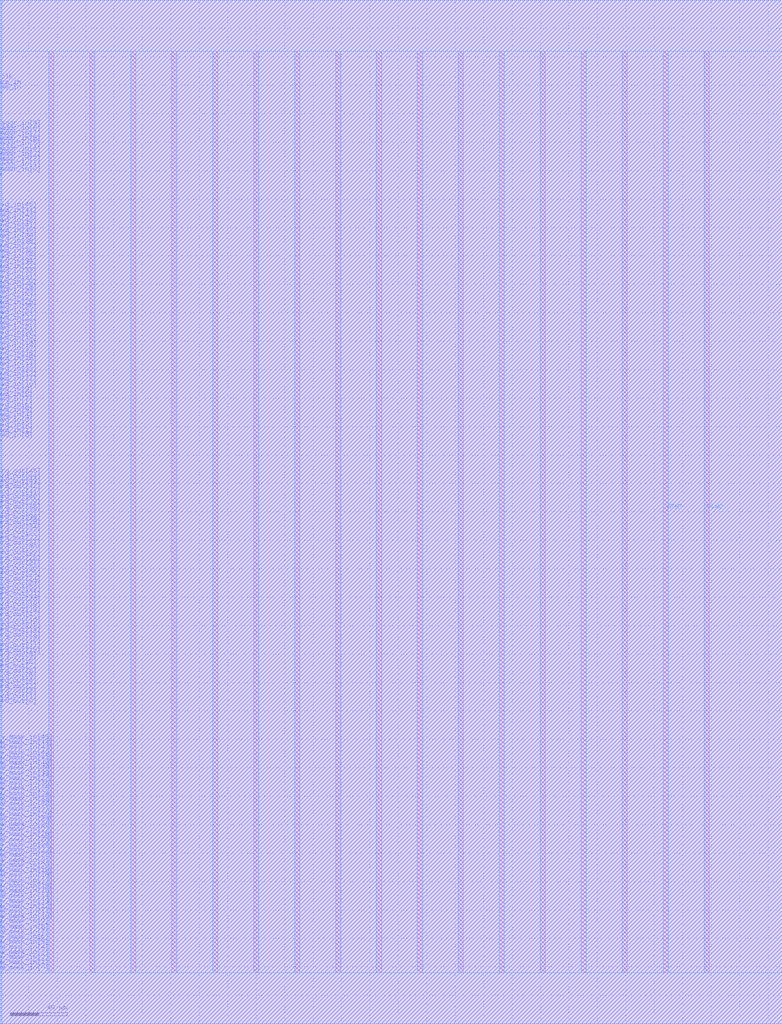
<source format=lef>
VERSION 5.7 ;
BUSBITCHARS "[]" ;
MACRO fakeram130_1024x46
  FOREIGN fakeram130_1024x46 0 0 ;
  SYMMETRY X Y R90 ;
  SIZE 550.000 BY 720.000 ;
  CLASS BLOCK ;
  PIN w_mask_in[0]
    DIRECTION INPUT ;
    USE SIGNAL ;
    SHAPE ABUTMENT ;
    PORT
      LAYER met3 ;
      RECT 0.000 35.550 0.900 36.450 ;
    END
  END w_mask_in[0]
  PIN w_mask_in[1]
    DIRECTION INPUT ;
    USE SIGNAL ;
    SHAPE ABUTMENT ;
    PORT
      LAYER met3 ;
      RECT 0.000 39.150 0.900 40.050 ;
    END
  END w_mask_in[1]
  PIN w_mask_in[2]
    DIRECTION INPUT ;
    USE SIGNAL ;
    SHAPE ABUTMENT ;
    PORT
      LAYER met3 ;
      RECT 0.000 42.750 0.900 43.650 ;
    END
  END w_mask_in[2]
  PIN w_mask_in[3]
    DIRECTION INPUT ;
    USE SIGNAL ;
    SHAPE ABUTMENT ;
    PORT
      LAYER met3 ;
      RECT 0.000 46.350 0.900 47.250 ;
    END
  END w_mask_in[3]
  PIN w_mask_in[4]
    DIRECTION INPUT ;
    USE SIGNAL ;
    SHAPE ABUTMENT ;
    PORT
      LAYER met3 ;
      RECT 0.000 49.950 0.900 50.850 ;
    END
  END w_mask_in[4]
  PIN w_mask_in[5]
    DIRECTION INPUT ;
    USE SIGNAL ;
    SHAPE ABUTMENT ;
    PORT
      LAYER met3 ;
      RECT 0.000 53.550 0.900 54.450 ;
    END
  END w_mask_in[5]
  PIN w_mask_in[6]
    DIRECTION INPUT ;
    USE SIGNAL ;
    SHAPE ABUTMENT ;
    PORT
      LAYER met3 ;
      RECT 0.000 57.150 0.900 58.050 ;
    END
  END w_mask_in[6]
  PIN w_mask_in[7]
    DIRECTION INPUT ;
    USE SIGNAL ;
    SHAPE ABUTMENT ;
    PORT
      LAYER met3 ;
      RECT 0.000 60.750 0.900 61.650 ;
    END
  END w_mask_in[7]
  PIN w_mask_in[8]
    DIRECTION INPUT ;
    USE SIGNAL ;
    SHAPE ABUTMENT ;
    PORT
      LAYER met3 ;
      RECT 0.000 64.350 0.900 65.250 ;
    END
  END w_mask_in[8]
  PIN w_mask_in[9]
    DIRECTION INPUT ;
    USE SIGNAL ;
    SHAPE ABUTMENT ;
    PORT
      LAYER met3 ;
      RECT 0.000 67.950 0.900 68.850 ;
    END
  END w_mask_in[9]
  PIN w_mask_in[10]
    DIRECTION INPUT ;
    USE SIGNAL ;
    SHAPE ABUTMENT ;
    PORT
      LAYER met3 ;
      RECT 0.000 71.550 0.900 72.450 ;
    END
  END w_mask_in[10]
  PIN w_mask_in[11]
    DIRECTION INPUT ;
    USE SIGNAL ;
    SHAPE ABUTMENT ;
    PORT
      LAYER met3 ;
      RECT 0.000 75.150 0.900 76.050 ;
    END
  END w_mask_in[11]
  PIN w_mask_in[12]
    DIRECTION INPUT ;
    USE SIGNAL ;
    SHAPE ABUTMENT ;
    PORT
      LAYER met3 ;
      RECT 0.000 78.750 0.900 79.650 ;
    END
  END w_mask_in[12]
  PIN w_mask_in[13]
    DIRECTION INPUT ;
    USE SIGNAL ;
    SHAPE ABUTMENT ;
    PORT
      LAYER met3 ;
      RECT 0.000 82.350 0.900 83.250 ;
    END
  END w_mask_in[13]
  PIN w_mask_in[14]
    DIRECTION INPUT ;
    USE SIGNAL ;
    SHAPE ABUTMENT ;
    PORT
      LAYER met3 ;
      RECT 0.000 85.950 0.900 86.850 ;
    END
  END w_mask_in[14]
  PIN w_mask_in[15]
    DIRECTION INPUT ;
    USE SIGNAL ;
    SHAPE ABUTMENT ;
    PORT
      LAYER met3 ;
      RECT 0.000 89.550 0.900 90.450 ;
    END
  END w_mask_in[15]
  PIN w_mask_in[16]
    DIRECTION INPUT ;
    USE SIGNAL ;
    SHAPE ABUTMENT ;
    PORT
      LAYER met3 ;
      RECT 0.000 93.150 0.900 94.050 ;
    END
  END w_mask_in[16]
  PIN w_mask_in[17]
    DIRECTION INPUT ;
    USE SIGNAL ;
    SHAPE ABUTMENT ;
    PORT
      LAYER met3 ;
      RECT 0.000 96.750 0.900 97.650 ;
    END
  END w_mask_in[17]
  PIN w_mask_in[18]
    DIRECTION INPUT ;
    USE SIGNAL ;
    SHAPE ABUTMENT ;
    PORT
      LAYER met3 ;
      RECT 0.000 100.350 0.900 101.250 ;
    END
  END w_mask_in[18]
  PIN w_mask_in[19]
    DIRECTION INPUT ;
    USE SIGNAL ;
    SHAPE ABUTMENT ;
    PORT
      LAYER met3 ;
      RECT 0.000 103.950 0.900 104.850 ;
    END
  END w_mask_in[19]
  PIN w_mask_in[20]
    DIRECTION INPUT ;
    USE SIGNAL ;
    SHAPE ABUTMENT ;
    PORT
      LAYER met3 ;
      RECT 0.000 107.550 0.900 108.450 ;
    END
  END w_mask_in[20]
  PIN w_mask_in[21]
    DIRECTION INPUT ;
    USE SIGNAL ;
    SHAPE ABUTMENT ;
    PORT
      LAYER met3 ;
      RECT 0.000 111.150 0.900 112.050 ;
    END
  END w_mask_in[21]
  PIN w_mask_in[22]
    DIRECTION INPUT ;
    USE SIGNAL ;
    SHAPE ABUTMENT ;
    PORT
      LAYER met3 ;
      RECT 0.000 114.750 0.900 115.650 ;
    END
  END w_mask_in[22]
  PIN w_mask_in[23]
    DIRECTION INPUT ;
    USE SIGNAL ;
    SHAPE ABUTMENT ;
    PORT
      LAYER met3 ;
      RECT 0.000 118.350 0.900 119.250 ;
    END
  END w_mask_in[23]
  PIN w_mask_in[24]
    DIRECTION INPUT ;
    USE SIGNAL ;
    SHAPE ABUTMENT ;
    PORT
      LAYER met3 ;
      RECT 0.000 121.950 0.900 122.850 ;
    END
  END w_mask_in[24]
  PIN w_mask_in[25]
    DIRECTION INPUT ;
    USE SIGNAL ;
    SHAPE ABUTMENT ;
    PORT
      LAYER met3 ;
      RECT 0.000 125.550 0.900 126.450 ;
    END
  END w_mask_in[25]
  PIN w_mask_in[26]
    DIRECTION INPUT ;
    USE SIGNAL ;
    SHAPE ABUTMENT ;
    PORT
      LAYER met3 ;
      RECT 0.000 129.150 0.900 130.050 ;
    END
  END w_mask_in[26]
  PIN w_mask_in[27]
    DIRECTION INPUT ;
    USE SIGNAL ;
    SHAPE ABUTMENT ;
    PORT
      LAYER met3 ;
      RECT 0.000 132.750 0.900 133.650 ;
    END
  END w_mask_in[27]
  PIN w_mask_in[28]
    DIRECTION INPUT ;
    USE SIGNAL ;
    SHAPE ABUTMENT ;
    PORT
      LAYER met3 ;
      RECT 0.000 136.350 0.900 137.250 ;
    END
  END w_mask_in[28]
  PIN w_mask_in[29]
    DIRECTION INPUT ;
    USE SIGNAL ;
    SHAPE ABUTMENT ;
    PORT
      LAYER met3 ;
      RECT 0.000 139.950 0.900 140.850 ;
    END
  END w_mask_in[29]
  PIN w_mask_in[30]
    DIRECTION INPUT ;
    USE SIGNAL ;
    SHAPE ABUTMENT ;
    PORT
      LAYER met3 ;
      RECT 0.000 143.550 0.900 144.450 ;
    END
  END w_mask_in[30]
  PIN w_mask_in[31]
    DIRECTION INPUT ;
    USE SIGNAL ;
    SHAPE ABUTMENT ;
    PORT
      LAYER met3 ;
      RECT 0.000 147.150 0.900 148.050 ;
    END
  END w_mask_in[31]
  PIN w_mask_in[32]
    DIRECTION INPUT ;
    USE SIGNAL ;
    SHAPE ABUTMENT ;
    PORT
      LAYER met3 ;
      RECT 0.000 150.750 0.900 151.650 ;
    END
  END w_mask_in[32]
  PIN w_mask_in[33]
    DIRECTION INPUT ;
    USE SIGNAL ;
    SHAPE ABUTMENT ;
    PORT
      LAYER met3 ;
      RECT 0.000 154.350 0.900 155.250 ;
    END
  END w_mask_in[33]
  PIN w_mask_in[34]
    DIRECTION INPUT ;
    USE SIGNAL ;
    SHAPE ABUTMENT ;
    PORT
      LAYER met3 ;
      RECT 0.000 157.950 0.900 158.850 ;
    END
  END w_mask_in[34]
  PIN w_mask_in[35]
    DIRECTION INPUT ;
    USE SIGNAL ;
    SHAPE ABUTMENT ;
    PORT
      LAYER met3 ;
      RECT 0.000 161.550 0.900 162.450 ;
    END
  END w_mask_in[35]
  PIN w_mask_in[36]
    DIRECTION INPUT ;
    USE SIGNAL ;
    SHAPE ABUTMENT ;
    PORT
      LAYER met3 ;
      RECT 0.000 165.150 0.900 166.050 ;
    END
  END w_mask_in[36]
  PIN w_mask_in[37]
    DIRECTION INPUT ;
    USE SIGNAL ;
    SHAPE ABUTMENT ;
    PORT
      LAYER met3 ;
      RECT 0.000 168.750 0.900 169.650 ;
    END
  END w_mask_in[37]
  PIN w_mask_in[38]
    DIRECTION INPUT ;
    USE SIGNAL ;
    SHAPE ABUTMENT ;
    PORT
      LAYER met3 ;
      RECT 0.000 172.350 0.900 173.250 ;
    END
  END w_mask_in[38]
  PIN w_mask_in[39]
    DIRECTION INPUT ;
    USE SIGNAL ;
    SHAPE ABUTMENT ;
    PORT
      LAYER met3 ;
      RECT 0.000 175.950 0.900 176.850 ;
    END
  END w_mask_in[39]
  PIN w_mask_in[40]
    DIRECTION INPUT ;
    USE SIGNAL ;
    SHAPE ABUTMENT ;
    PORT
      LAYER met3 ;
      RECT 0.000 179.550 0.900 180.450 ;
    END
  END w_mask_in[40]
  PIN w_mask_in[41]
    DIRECTION INPUT ;
    USE SIGNAL ;
    SHAPE ABUTMENT ;
    PORT
      LAYER met3 ;
      RECT 0.000 183.150 0.900 184.050 ;
    END
  END w_mask_in[41]
  PIN w_mask_in[42]
    DIRECTION INPUT ;
    USE SIGNAL ;
    SHAPE ABUTMENT ;
    PORT
      LAYER met3 ;
      RECT 0.000 186.750 0.900 187.650 ;
    END
  END w_mask_in[42]
  PIN w_mask_in[43]
    DIRECTION INPUT ;
    USE SIGNAL ;
    SHAPE ABUTMENT ;
    PORT
      LAYER met3 ;
      RECT 0.000 190.350 0.900 191.250 ;
    END
  END w_mask_in[43]
  PIN w_mask_in[44]
    DIRECTION INPUT ;
    USE SIGNAL ;
    SHAPE ABUTMENT ;
    PORT
      LAYER met3 ;
      RECT 0.000 193.950 0.900 194.850 ;
    END
  END w_mask_in[44]
  PIN w_mask_in[45]
    DIRECTION INPUT ;
    USE SIGNAL ;
    SHAPE ABUTMENT ;
    PORT
      LAYER met3 ;
      RECT 0.000 197.550 0.900 198.450 ;
    END
  END w_mask_in[45]
  PIN rd_out[0]
    DIRECTION OUTPUT ;
    USE SIGNAL ;
    SHAPE ABUTMENT ;
    PORT
      LAYER met3 ;
      RECT 0.000 222.750 0.900 223.650 ;
    END
  END rd_out[0]
  PIN rd_out[1]
    DIRECTION OUTPUT ;
    USE SIGNAL ;
    SHAPE ABUTMENT ;
    PORT
      LAYER met3 ;
      RECT 0.000 226.350 0.900 227.250 ;
    END
  END rd_out[1]
  PIN rd_out[2]
    DIRECTION OUTPUT ;
    USE SIGNAL ;
    SHAPE ABUTMENT ;
    PORT
      LAYER met3 ;
      RECT 0.000 229.950 0.900 230.850 ;
    END
  END rd_out[2]
  PIN rd_out[3]
    DIRECTION OUTPUT ;
    USE SIGNAL ;
    SHAPE ABUTMENT ;
    PORT
      LAYER met3 ;
      RECT 0.000 233.550 0.900 234.450 ;
    END
  END rd_out[3]
  PIN rd_out[4]
    DIRECTION OUTPUT ;
    USE SIGNAL ;
    SHAPE ABUTMENT ;
    PORT
      LAYER met3 ;
      RECT 0.000 237.150 0.900 238.050 ;
    END
  END rd_out[4]
  PIN rd_out[5]
    DIRECTION OUTPUT ;
    USE SIGNAL ;
    SHAPE ABUTMENT ;
    PORT
      LAYER met3 ;
      RECT 0.000 240.750 0.900 241.650 ;
    END
  END rd_out[5]
  PIN rd_out[6]
    DIRECTION OUTPUT ;
    USE SIGNAL ;
    SHAPE ABUTMENT ;
    PORT
      LAYER met3 ;
      RECT 0.000 244.350 0.900 245.250 ;
    END
  END rd_out[6]
  PIN rd_out[7]
    DIRECTION OUTPUT ;
    USE SIGNAL ;
    SHAPE ABUTMENT ;
    PORT
      LAYER met3 ;
      RECT 0.000 247.950 0.900 248.850 ;
    END
  END rd_out[7]
  PIN rd_out[8]
    DIRECTION OUTPUT ;
    USE SIGNAL ;
    SHAPE ABUTMENT ;
    PORT
      LAYER met3 ;
      RECT 0.000 251.550 0.900 252.450 ;
    END
  END rd_out[8]
  PIN rd_out[9]
    DIRECTION OUTPUT ;
    USE SIGNAL ;
    SHAPE ABUTMENT ;
    PORT
      LAYER met3 ;
      RECT 0.000 255.150 0.900 256.050 ;
    END
  END rd_out[9]
  PIN rd_out[10]
    DIRECTION OUTPUT ;
    USE SIGNAL ;
    SHAPE ABUTMENT ;
    PORT
      LAYER met3 ;
      RECT 0.000 258.750 0.900 259.650 ;
    END
  END rd_out[10]
  PIN rd_out[11]
    DIRECTION OUTPUT ;
    USE SIGNAL ;
    SHAPE ABUTMENT ;
    PORT
      LAYER met3 ;
      RECT 0.000 262.350 0.900 263.250 ;
    END
  END rd_out[11]
  PIN rd_out[12]
    DIRECTION OUTPUT ;
    USE SIGNAL ;
    SHAPE ABUTMENT ;
    PORT
      LAYER met3 ;
      RECT 0.000 265.950 0.900 266.850 ;
    END
  END rd_out[12]
  PIN rd_out[13]
    DIRECTION OUTPUT ;
    USE SIGNAL ;
    SHAPE ABUTMENT ;
    PORT
      LAYER met3 ;
      RECT 0.000 269.550 0.900 270.450 ;
    END
  END rd_out[13]
  PIN rd_out[14]
    DIRECTION OUTPUT ;
    USE SIGNAL ;
    SHAPE ABUTMENT ;
    PORT
      LAYER met3 ;
      RECT 0.000 273.150 0.900 274.050 ;
    END
  END rd_out[14]
  PIN rd_out[15]
    DIRECTION OUTPUT ;
    USE SIGNAL ;
    SHAPE ABUTMENT ;
    PORT
      LAYER met3 ;
      RECT 0.000 276.750 0.900 277.650 ;
    END
  END rd_out[15]
  PIN rd_out[16]
    DIRECTION OUTPUT ;
    USE SIGNAL ;
    SHAPE ABUTMENT ;
    PORT
      LAYER met3 ;
      RECT 0.000 280.350 0.900 281.250 ;
    END
  END rd_out[16]
  PIN rd_out[17]
    DIRECTION OUTPUT ;
    USE SIGNAL ;
    SHAPE ABUTMENT ;
    PORT
      LAYER met3 ;
      RECT 0.000 283.950 0.900 284.850 ;
    END
  END rd_out[17]
  PIN rd_out[18]
    DIRECTION OUTPUT ;
    USE SIGNAL ;
    SHAPE ABUTMENT ;
    PORT
      LAYER met3 ;
      RECT 0.000 287.550 0.900 288.450 ;
    END
  END rd_out[18]
  PIN rd_out[19]
    DIRECTION OUTPUT ;
    USE SIGNAL ;
    SHAPE ABUTMENT ;
    PORT
      LAYER met3 ;
      RECT 0.000 291.150 0.900 292.050 ;
    END
  END rd_out[19]
  PIN rd_out[20]
    DIRECTION OUTPUT ;
    USE SIGNAL ;
    SHAPE ABUTMENT ;
    PORT
      LAYER met3 ;
      RECT 0.000 294.750 0.900 295.650 ;
    END
  END rd_out[20]
  PIN rd_out[21]
    DIRECTION OUTPUT ;
    USE SIGNAL ;
    SHAPE ABUTMENT ;
    PORT
      LAYER met3 ;
      RECT 0.000 298.350 0.900 299.250 ;
    END
  END rd_out[21]
  PIN rd_out[22]
    DIRECTION OUTPUT ;
    USE SIGNAL ;
    SHAPE ABUTMENT ;
    PORT
      LAYER met3 ;
      RECT 0.000 301.950 0.900 302.850 ;
    END
  END rd_out[22]
  PIN rd_out[23]
    DIRECTION OUTPUT ;
    USE SIGNAL ;
    SHAPE ABUTMENT ;
    PORT
      LAYER met3 ;
      RECT 0.000 305.550 0.900 306.450 ;
    END
  END rd_out[23]
  PIN rd_out[24]
    DIRECTION OUTPUT ;
    USE SIGNAL ;
    SHAPE ABUTMENT ;
    PORT
      LAYER met3 ;
      RECT 0.000 309.150 0.900 310.050 ;
    END
  END rd_out[24]
  PIN rd_out[25]
    DIRECTION OUTPUT ;
    USE SIGNAL ;
    SHAPE ABUTMENT ;
    PORT
      LAYER met3 ;
      RECT 0.000 312.750 0.900 313.650 ;
    END
  END rd_out[25]
  PIN rd_out[26]
    DIRECTION OUTPUT ;
    USE SIGNAL ;
    SHAPE ABUTMENT ;
    PORT
      LAYER met3 ;
      RECT 0.000 316.350 0.900 317.250 ;
    END
  END rd_out[26]
  PIN rd_out[27]
    DIRECTION OUTPUT ;
    USE SIGNAL ;
    SHAPE ABUTMENT ;
    PORT
      LAYER met3 ;
      RECT 0.000 319.950 0.900 320.850 ;
    END
  END rd_out[27]
  PIN rd_out[28]
    DIRECTION OUTPUT ;
    USE SIGNAL ;
    SHAPE ABUTMENT ;
    PORT
      LAYER met3 ;
      RECT 0.000 323.550 0.900 324.450 ;
    END
  END rd_out[28]
  PIN rd_out[29]
    DIRECTION OUTPUT ;
    USE SIGNAL ;
    SHAPE ABUTMENT ;
    PORT
      LAYER met3 ;
      RECT 0.000 327.150 0.900 328.050 ;
    END
  END rd_out[29]
  PIN rd_out[30]
    DIRECTION OUTPUT ;
    USE SIGNAL ;
    SHAPE ABUTMENT ;
    PORT
      LAYER met3 ;
      RECT 0.000 330.750 0.900 331.650 ;
    END
  END rd_out[30]
  PIN rd_out[31]
    DIRECTION OUTPUT ;
    USE SIGNAL ;
    SHAPE ABUTMENT ;
    PORT
      LAYER met3 ;
      RECT 0.000 334.350 0.900 335.250 ;
    END
  END rd_out[31]
  PIN rd_out[32]
    DIRECTION OUTPUT ;
    USE SIGNAL ;
    SHAPE ABUTMENT ;
    PORT
      LAYER met3 ;
      RECT 0.000 337.950 0.900 338.850 ;
    END
  END rd_out[32]
  PIN rd_out[33]
    DIRECTION OUTPUT ;
    USE SIGNAL ;
    SHAPE ABUTMENT ;
    PORT
      LAYER met3 ;
      RECT 0.000 341.550 0.900 342.450 ;
    END
  END rd_out[33]
  PIN rd_out[34]
    DIRECTION OUTPUT ;
    USE SIGNAL ;
    SHAPE ABUTMENT ;
    PORT
      LAYER met3 ;
      RECT 0.000 345.150 0.900 346.050 ;
    END
  END rd_out[34]
  PIN rd_out[35]
    DIRECTION OUTPUT ;
    USE SIGNAL ;
    SHAPE ABUTMENT ;
    PORT
      LAYER met3 ;
      RECT 0.000 348.750 0.900 349.650 ;
    END
  END rd_out[35]
  PIN rd_out[36]
    DIRECTION OUTPUT ;
    USE SIGNAL ;
    SHAPE ABUTMENT ;
    PORT
      LAYER met3 ;
      RECT 0.000 352.350 0.900 353.250 ;
    END
  END rd_out[36]
  PIN rd_out[37]
    DIRECTION OUTPUT ;
    USE SIGNAL ;
    SHAPE ABUTMENT ;
    PORT
      LAYER met3 ;
      RECT 0.000 355.950 0.900 356.850 ;
    END
  END rd_out[37]
  PIN rd_out[38]
    DIRECTION OUTPUT ;
    USE SIGNAL ;
    SHAPE ABUTMENT ;
    PORT
      LAYER met3 ;
      RECT 0.000 359.550 0.900 360.450 ;
    END
  END rd_out[38]
  PIN rd_out[39]
    DIRECTION OUTPUT ;
    USE SIGNAL ;
    SHAPE ABUTMENT ;
    PORT
      LAYER met3 ;
      RECT 0.000 363.150 0.900 364.050 ;
    END
  END rd_out[39]
  PIN rd_out[40]
    DIRECTION OUTPUT ;
    USE SIGNAL ;
    SHAPE ABUTMENT ;
    PORT
      LAYER met3 ;
      RECT 0.000 366.750 0.900 367.650 ;
    END
  END rd_out[40]
  PIN rd_out[41]
    DIRECTION OUTPUT ;
    USE SIGNAL ;
    SHAPE ABUTMENT ;
    PORT
      LAYER met3 ;
      RECT 0.000 370.350 0.900 371.250 ;
    END
  END rd_out[41]
  PIN rd_out[42]
    DIRECTION OUTPUT ;
    USE SIGNAL ;
    SHAPE ABUTMENT ;
    PORT
      LAYER met3 ;
      RECT 0.000 373.950 0.900 374.850 ;
    END
  END rd_out[42]
  PIN rd_out[43]
    DIRECTION OUTPUT ;
    USE SIGNAL ;
    SHAPE ABUTMENT ;
    PORT
      LAYER met3 ;
      RECT 0.000 377.550 0.900 378.450 ;
    END
  END rd_out[43]
  PIN rd_out[44]
    DIRECTION OUTPUT ;
    USE SIGNAL ;
    SHAPE ABUTMENT ;
    PORT
      LAYER met3 ;
      RECT 0.000 381.150 0.900 382.050 ;
    END
  END rd_out[44]
  PIN rd_out[45]
    DIRECTION OUTPUT ;
    USE SIGNAL ;
    SHAPE ABUTMENT ;
    PORT
      LAYER met3 ;
      RECT 0.000 384.750 0.900 385.650 ;
    END
  END rd_out[45]
  PIN wd_in[0]
    DIRECTION INPUT ;
    USE SIGNAL ;
    SHAPE ABUTMENT ;
    PORT
      LAYER met3 ;
      RECT 0.000 409.950 0.900 410.850 ;
    END
  END wd_in[0]
  PIN wd_in[1]
    DIRECTION INPUT ;
    USE SIGNAL ;
    SHAPE ABUTMENT ;
    PORT
      LAYER met3 ;
      RECT 0.000 413.550 0.900 414.450 ;
    END
  END wd_in[1]
  PIN wd_in[2]
    DIRECTION INPUT ;
    USE SIGNAL ;
    SHAPE ABUTMENT ;
    PORT
      LAYER met3 ;
      RECT 0.000 417.150 0.900 418.050 ;
    END
  END wd_in[2]
  PIN wd_in[3]
    DIRECTION INPUT ;
    USE SIGNAL ;
    SHAPE ABUTMENT ;
    PORT
      LAYER met3 ;
      RECT 0.000 420.750 0.900 421.650 ;
    END
  END wd_in[3]
  PIN wd_in[4]
    DIRECTION INPUT ;
    USE SIGNAL ;
    SHAPE ABUTMENT ;
    PORT
      LAYER met3 ;
      RECT 0.000 424.350 0.900 425.250 ;
    END
  END wd_in[4]
  PIN wd_in[5]
    DIRECTION INPUT ;
    USE SIGNAL ;
    SHAPE ABUTMENT ;
    PORT
      LAYER met3 ;
      RECT 0.000 427.950 0.900 428.850 ;
    END
  END wd_in[5]
  PIN wd_in[6]
    DIRECTION INPUT ;
    USE SIGNAL ;
    SHAPE ABUTMENT ;
    PORT
      LAYER met3 ;
      RECT 0.000 431.550 0.900 432.450 ;
    END
  END wd_in[6]
  PIN wd_in[7]
    DIRECTION INPUT ;
    USE SIGNAL ;
    SHAPE ABUTMENT ;
    PORT
      LAYER met3 ;
      RECT 0.000 435.150 0.900 436.050 ;
    END
  END wd_in[7]
  PIN wd_in[8]
    DIRECTION INPUT ;
    USE SIGNAL ;
    SHAPE ABUTMENT ;
    PORT
      LAYER met3 ;
      RECT 0.000 438.750 0.900 439.650 ;
    END
  END wd_in[8]
  PIN wd_in[9]
    DIRECTION INPUT ;
    USE SIGNAL ;
    SHAPE ABUTMENT ;
    PORT
      LAYER met3 ;
      RECT 0.000 442.350 0.900 443.250 ;
    END
  END wd_in[9]
  PIN wd_in[10]
    DIRECTION INPUT ;
    USE SIGNAL ;
    SHAPE ABUTMENT ;
    PORT
      LAYER met3 ;
      RECT 0.000 445.950 0.900 446.850 ;
    END
  END wd_in[10]
  PIN wd_in[11]
    DIRECTION INPUT ;
    USE SIGNAL ;
    SHAPE ABUTMENT ;
    PORT
      LAYER met3 ;
      RECT 0.000 449.550 0.900 450.450 ;
    END
  END wd_in[11]
  PIN wd_in[12]
    DIRECTION INPUT ;
    USE SIGNAL ;
    SHAPE ABUTMENT ;
    PORT
      LAYER met3 ;
      RECT 0.000 453.150 0.900 454.050 ;
    END
  END wd_in[12]
  PIN wd_in[13]
    DIRECTION INPUT ;
    USE SIGNAL ;
    SHAPE ABUTMENT ;
    PORT
      LAYER met3 ;
      RECT 0.000 456.750 0.900 457.650 ;
    END
  END wd_in[13]
  PIN wd_in[14]
    DIRECTION INPUT ;
    USE SIGNAL ;
    SHAPE ABUTMENT ;
    PORT
      LAYER met3 ;
      RECT 0.000 460.350 0.900 461.250 ;
    END
  END wd_in[14]
  PIN wd_in[15]
    DIRECTION INPUT ;
    USE SIGNAL ;
    SHAPE ABUTMENT ;
    PORT
      LAYER met3 ;
      RECT 0.000 463.950 0.900 464.850 ;
    END
  END wd_in[15]
  PIN wd_in[16]
    DIRECTION INPUT ;
    USE SIGNAL ;
    SHAPE ABUTMENT ;
    PORT
      LAYER met3 ;
      RECT 0.000 467.550 0.900 468.450 ;
    END
  END wd_in[16]
  PIN wd_in[17]
    DIRECTION INPUT ;
    USE SIGNAL ;
    SHAPE ABUTMENT ;
    PORT
      LAYER met3 ;
      RECT 0.000 471.150 0.900 472.050 ;
    END
  END wd_in[17]
  PIN wd_in[18]
    DIRECTION INPUT ;
    USE SIGNAL ;
    SHAPE ABUTMENT ;
    PORT
      LAYER met3 ;
      RECT 0.000 474.750 0.900 475.650 ;
    END
  END wd_in[18]
  PIN wd_in[19]
    DIRECTION INPUT ;
    USE SIGNAL ;
    SHAPE ABUTMENT ;
    PORT
      LAYER met3 ;
      RECT 0.000 478.350 0.900 479.250 ;
    END
  END wd_in[19]
  PIN wd_in[20]
    DIRECTION INPUT ;
    USE SIGNAL ;
    SHAPE ABUTMENT ;
    PORT
      LAYER met3 ;
      RECT 0.000 481.950 0.900 482.850 ;
    END
  END wd_in[20]
  PIN wd_in[21]
    DIRECTION INPUT ;
    USE SIGNAL ;
    SHAPE ABUTMENT ;
    PORT
      LAYER met3 ;
      RECT 0.000 485.550 0.900 486.450 ;
    END
  END wd_in[21]
  PIN wd_in[22]
    DIRECTION INPUT ;
    USE SIGNAL ;
    SHAPE ABUTMENT ;
    PORT
      LAYER met3 ;
      RECT 0.000 489.150 0.900 490.050 ;
    END
  END wd_in[22]
  PIN wd_in[23]
    DIRECTION INPUT ;
    USE SIGNAL ;
    SHAPE ABUTMENT ;
    PORT
      LAYER met3 ;
      RECT 0.000 492.750 0.900 493.650 ;
    END
  END wd_in[23]
  PIN wd_in[24]
    DIRECTION INPUT ;
    USE SIGNAL ;
    SHAPE ABUTMENT ;
    PORT
      LAYER met3 ;
      RECT 0.000 496.350 0.900 497.250 ;
    END
  END wd_in[24]
  PIN wd_in[25]
    DIRECTION INPUT ;
    USE SIGNAL ;
    SHAPE ABUTMENT ;
    PORT
      LAYER met3 ;
      RECT 0.000 499.950 0.900 500.850 ;
    END
  END wd_in[25]
  PIN wd_in[26]
    DIRECTION INPUT ;
    USE SIGNAL ;
    SHAPE ABUTMENT ;
    PORT
      LAYER met3 ;
      RECT 0.000 503.550 0.900 504.450 ;
    END
  END wd_in[26]
  PIN wd_in[27]
    DIRECTION INPUT ;
    USE SIGNAL ;
    SHAPE ABUTMENT ;
    PORT
      LAYER met3 ;
      RECT 0.000 507.150 0.900 508.050 ;
    END
  END wd_in[27]
  PIN wd_in[28]
    DIRECTION INPUT ;
    USE SIGNAL ;
    SHAPE ABUTMENT ;
    PORT
      LAYER met3 ;
      RECT 0.000 510.750 0.900 511.650 ;
    END
  END wd_in[28]
  PIN wd_in[29]
    DIRECTION INPUT ;
    USE SIGNAL ;
    SHAPE ABUTMENT ;
    PORT
      LAYER met3 ;
      RECT 0.000 514.350 0.900 515.250 ;
    END
  END wd_in[29]
  PIN wd_in[30]
    DIRECTION INPUT ;
    USE SIGNAL ;
    SHAPE ABUTMENT ;
    PORT
      LAYER met3 ;
      RECT 0.000 517.950 0.900 518.850 ;
    END
  END wd_in[30]
  PIN wd_in[31]
    DIRECTION INPUT ;
    USE SIGNAL ;
    SHAPE ABUTMENT ;
    PORT
      LAYER met3 ;
      RECT 0.000 521.550 0.900 522.450 ;
    END
  END wd_in[31]
  PIN wd_in[32]
    DIRECTION INPUT ;
    USE SIGNAL ;
    SHAPE ABUTMENT ;
    PORT
      LAYER met3 ;
      RECT 0.000 525.150 0.900 526.050 ;
    END
  END wd_in[32]
  PIN wd_in[33]
    DIRECTION INPUT ;
    USE SIGNAL ;
    SHAPE ABUTMENT ;
    PORT
      LAYER met3 ;
      RECT 0.000 528.750 0.900 529.650 ;
    END
  END wd_in[33]
  PIN wd_in[34]
    DIRECTION INPUT ;
    USE SIGNAL ;
    SHAPE ABUTMENT ;
    PORT
      LAYER met3 ;
      RECT 0.000 532.350 0.900 533.250 ;
    END
  END wd_in[34]
  PIN wd_in[35]
    DIRECTION INPUT ;
    USE SIGNAL ;
    SHAPE ABUTMENT ;
    PORT
      LAYER met3 ;
      RECT 0.000 535.950 0.900 536.850 ;
    END
  END wd_in[35]
  PIN wd_in[36]
    DIRECTION INPUT ;
    USE SIGNAL ;
    SHAPE ABUTMENT ;
    PORT
      LAYER met3 ;
      RECT 0.000 539.550 0.900 540.450 ;
    END
  END wd_in[36]
  PIN wd_in[37]
    DIRECTION INPUT ;
    USE SIGNAL ;
    SHAPE ABUTMENT ;
    PORT
      LAYER met3 ;
      RECT 0.000 543.150 0.900 544.050 ;
    END
  END wd_in[37]
  PIN wd_in[38]
    DIRECTION INPUT ;
    USE SIGNAL ;
    SHAPE ABUTMENT ;
    PORT
      LAYER met3 ;
      RECT 0.000 546.750 0.900 547.650 ;
    END
  END wd_in[38]
  PIN wd_in[39]
    DIRECTION INPUT ;
    USE SIGNAL ;
    SHAPE ABUTMENT ;
    PORT
      LAYER met3 ;
      RECT 0.000 550.350 0.900 551.250 ;
    END
  END wd_in[39]
  PIN wd_in[40]
    DIRECTION INPUT ;
    USE SIGNAL ;
    SHAPE ABUTMENT ;
    PORT
      LAYER met3 ;
      RECT 0.000 553.950 0.900 554.850 ;
    END
  END wd_in[40]
  PIN wd_in[41]
    DIRECTION INPUT ;
    USE SIGNAL ;
    SHAPE ABUTMENT ;
    PORT
      LAYER met3 ;
      RECT 0.000 557.550 0.900 558.450 ;
    END
  END wd_in[41]
  PIN wd_in[42]
    DIRECTION INPUT ;
    USE SIGNAL ;
    SHAPE ABUTMENT ;
    PORT
      LAYER met3 ;
      RECT 0.000 561.150 0.900 562.050 ;
    END
  END wd_in[42]
  PIN wd_in[43]
    DIRECTION INPUT ;
    USE SIGNAL ;
    SHAPE ABUTMENT ;
    PORT
      LAYER met3 ;
      RECT 0.000 564.750 0.900 565.650 ;
    END
  END wd_in[43]
  PIN wd_in[44]
    DIRECTION INPUT ;
    USE SIGNAL ;
    SHAPE ABUTMENT ;
    PORT
      LAYER met3 ;
      RECT 0.000 568.350 0.900 569.250 ;
    END
  END wd_in[44]
  PIN wd_in[45]
    DIRECTION INPUT ;
    USE SIGNAL ;
    SHAPE ABUTMENT ;
    PORT
      LAYER met3 ;
      RECT 0.000 571.950 0.900 572.850 ;
    END
  END wd_in[45]
  PIN addr_in[0]
    DIRECTION INPUT ;
    USE SIGNAL ;
    SHAPE ABUTMENT ;
    PORT
      LAYER met3 ;
      RECT 0.000 597.150 0.900 598.050 ;
    END
  END addr_in[0]
  PIN addr_in[1]
    DIRECTION INPUT ;
    USE SIGNAL ;
    SHAPE ABUTMENT ;
    PORT
      LAYER met3 ;
      RECT 0.000 600.750 0.900 601.650 ;
    END
  END addr_in[1]
  PIN addr_in[2]
    DIRECTION INPUT ;
    USE SIGNAL ;
    SHAPE ABUTMENT ;
    PORT
      LAYER met3 ;
      RECT 0.000 604.350 0.900 605.250 ;
    END
  END addr_in[2]
  PIN addr_in[3]
    DIRECTION INPUT ;
    USE SIGNAL ;
    SHAPE ABUTMENT ;
    PORT
      LAYER met3 ;
      RECT 0.000 607.950 0.900 608.850 ;
    END
  END addr_in[3]
  PIN addr_in[4]
    DIRECTION INPUT ;
    USE SIGNAL ;
    SHAPE ABUTMENT ;
    PORT
      LAYER met3 ;
      RECT 0.000 611.550 0.900 612.450 ;
    END
  END addr_in[4]
  PIN addr_in[5]
    DIRECTION INPUT ;
    USE SIGNAL ;
    SHAPE ABUTMENT ;
    PORT
      LAYER met3 ;
      RECT 0.000 615.150 0.900 616.050 ;
    END
  END addr_in[5]
  PIN addr_in[6]
    DIRECTION INPUT ;
    USE SIGNAL ;
    SHAPE ABUTMENT ;
    PORT
      LAYER met3 ;
      RECT 0.000 618.750 0.900 619.650 ;
    END
  END addr_in[6]
  PIN addr_in[7]
    DIRECTION INPUT ;
    USE SIGNAL ;
    SHAPE ABUTMENT ;
    PORT
      LAYER met3 ;
      RECT 0.000 622.350 0.900 623.250 ;
    END
  END addr_in[7]
  PIN addr_in[8]
    DIRECTION INPUT ;
    USE SIGNAL ;
    SHAPE ABUTMENT ;
    PORT
      LAYER met3 ;
      RECT 0.000 625.950 0.900 626.850 ;
    END
  END addr_in[8]
  PIN addr_in[9]
    DIRECTION INPUT ;
    USE SIGNAL ;
    SHAPE ABUTMENT ;
    PORT
      LAYER met3 ;
      RECT 0.000 629.550 0.900 630.450 ;
    END
  END addr_in[9]
  PIN we_in
    DIRECTION INPUT ;
    USE SIGNAL ;
    SHAPE ABUTMENT ;
    PORT
      LAYER met3 ;
      RECT 0.000 654.750 0.900 655.650 ;
    END
  END we_in
  PIN ce_in
    DIRECTION INPUT ;
    USE SIGNAL ;
    SHAPE ABUTMENT ;
    PORT
      LAYER met3 ;
      RECT 0.000 658.350 0.900 659.250 ;
    END
  END ce_in
  PIN clk
    DIRECTION INPUT ;
    USE SIGNAL ;
    SHAPE ABUTMENT ;
    PORT
      LAYER met3 ;
      RECT 0.000 661.950 0.900 662.850 ;
    END
  END clk
  PIN VGND
    DIRECTION INOUT ;
    USE GROUND ;
    PORT
      LAYER met4 ;
      RECT 34.200 36.000 37.800 684.000 ;
      RECT 91.800 36.000 95.400 684.000 ;
      RECT 149.400 36.000 153.000 684.000 ;
      RECT 207.000 36.000 210.600 684.000 ;
      RECT 264.600 36.000 268.200 684.000 ;
      RECT 322.200 36.000 325.800 684.000 ;
      RECT 379.800 36.000 383.400 684.000 ;
      RECT 437.400 36.000 441.000 684.000 ;
      RECT 495.000 36.000 498.600 684.000 ;
    END
  END VGND
  PIN VPWR
    DIRECTION INOUT ;
    USE POWER ;
    PORT
      LAYER met4 ;
      RECT 63.000 36.000 66.600 684.000 ;
      RECT 120.600 36.000 124.200 684.000 ;
      RECT 178.200 36.000 181.800 684.000 ;
      RECT 235.800 36.000 239.400 684.000 ;
      RECT 293.400 36.000 297.000 684.000 ;
      RECT 351.000 36.000 354.600 684.000 ;
      RECT 408.600 36.000 412.200 684.000 ;
      RECT 466.200 36.000 469.800 684.000 ;
    END
  END VPWR
  OBS
    LAYER met1 ;
    RECT 0 0 550.000 720.000 ;
    LAYER met2 ;
    RECT 0 0 550.000 720.000 ;
    LAYER met3 ;
    RECT 0.900 0 550.000 720.000 ;
    RECT 0 0.000 0.900 35.550 ;
    RECT 0 36.450 0.900 39.150 ;
    RECT 0 40.050 0.900 42.750 ;
    RECT 0 43.650 0.900 46.350 ;
    RECT 0 47.250 0.900 49.950 ;
    RECT 0 50.850 0.900 53.550 ;
    RECT 0 54.450 0.900 57.150 ;
    RECT 0 58.050 0.900 60.750 ;
    RECT 0 61.650 0.900 64.350 ;
    RECT 0 65.250 0.900 67.950 ;
    RECT 0 68.850 0.900 71.550 ;
    RECT 0 72.450 0.900 75.150 ;
    RECT 0 76.050 0.900 78.750 ;
    RECT 0 79.650 0.900 82.350 ;
    RECT 0 83.250 0.900 85.950 ;
    RECT 0 86.850 0.900 89.550 ;
    RECT 0 90.450 0.900 93.150 ;
    RECT 0 94.050 0.900 96.750 ;
    RECT 0 97.650 0.900 100.350 ;
    RECT 0 101.250 0.900 103.950 ;
    RECT 0 104.850 0.900 107.550 ;
    RECT 0 108.450 0.900 111.150 ;
    RECT 0 112.050 0.900 114.750 ;
    RECT 0 115.650 0.900 118.350 ;
    RECT 0 119.250 0.900 121.950 ;
    RECT 0 122.850 0.900 125.550 ;
    RECT 0 126.450 0.900 129.150 ;
    RECT 0 130.050 0.900 132.750 ;
    RECT 0 133.650 0.900 136.350 ;
    RECT 0 137.250 0.900 139.950 ;
    RECT 0 140.850 0.900 143.550 ;
    RECT 0 144.450 0.900 147.150 ;
    RECT 0 148.050 0.900 150.750 ;
    RECT 0 151.650 0.900 154.350 ;
    RECT 0 155.250 0.900 157.950 ;
    RECT 0 158.850 0.900 161.550 ;
    RECT 0 162.450 0.900 165.150 ;
    RECT 0 166.050 0.900 168.750 ;
    RECT 0 169.650 0.900 172.350 ;
    RECT 0 173.250 0.900 175.950 ;
    RECT 0 176.850 0.900 179.550 ;
    RECT 0 180.450 0.900 183.150 ;
    RECT 0 184.050 0.900 186.750 ;
    RECT 0 187.650 0.900 190.350 ;
    RECT 0 191.250 0.900 193.950 ;
    RECT 0 194.850 0.900 197.550 ;
    RECT 0 198.450 0.900 222.750 ;
    RECT 0 223.650 0.900 226.350 ;
    RECT 0 227.250 0.900 229.950 ;
    RECT 0 230.850 0.900 233.550 ;
    RECT 0 234.450 0.900 237.150 ;
    RECT 0 238.050 0.900 240.750 ;
    RECT 0 241.650 0.900 244.350 ;
    RECT 0 245.250 0.900 247.950 ;
    RECT 0 248.850 0.900 251.550 ;
    RECT 0 252.450 0.900 255.150 ;
    RECT 0 256.050 0.900 258.750 ;
    RECT 0 259.650 0.900 262.350 ;
    RECT 0 263.250 0.900 265.950 ;
    RECT 0 266.850 0.900 269.550 ;
    RECT 0 270.450 0.900 273.150 ;
    RECT 0 274.050 0.900 276.750 ;
    RECT 0 277.650 0.900 280.350 ;
    RECT 0 281.250 0.900 283.950 ;
    RECT 0 284.850 0.900 287.550 ;
    RECT 0 288.450 0.900 291.150 ;
    RECT 0 292.050 0.900 294.750 ;
    RECT 0 295.650 0.900 298.350 ;
    RECT 0 299.250 0.900 301.950 ;
    RECT 0 302.850 0.900 305.550 ;
    RECT 0 306.450 0.900 309.150 ;
    RECT 0 310.050 0.900 312.750 ;
    RECT 0 313.650 0.900 316.350 ;
    RECT 0 317.250 0.900 319.950 ;
    RECT 0 320.850 0.900 323.550 ;
    RECT 0 324.450 0.900 327.150 ;
    RECT 0 328.050 0.900 330.750 ;
    RECT 0 331.650 0.900 334.350 ;
    RECT 0 335.250 0.900 337.950 ;
    RECT 0 338.850 0.900 341.550 ;
    RECT 0 342.450 0.900 345.150 ;
    RECT 0 346.050 0.900 348.750 ;
    RECT 0 349.650 0.900 352.350 ;
    RECT 0 353.250 0.900 355.950 ;
    RECT 0 356.850 0.900 359.550 ;
    RECT 0 360.450 0.900 363.150 ;
    RECT 0 364.050 0.900 366.750 ;
    RECT 0 367.650 0.900 370.350 ;
    RECT 0 371.250 0.900 373.950 ;
    RECT 0 374.850 0.900 377.550 ;
    RECT 0 378.450 0.900 381.150 ;
    RECT 0 382.050 0.900 384.750 ;
    RECT 0 385.650 0.900 409.950 ;
    RECT 0 410.850 0.900 413.550 ;
    RECT 0 414.450 0.900 417.150 ;
    RECT 0 418.050 0.900 420.750 ;
    RECT 0 421.650 0.900 424.350 ;
    RECT 0 425.250 0.900 427.950 ;
    RECT 0 428.850 0.900 431.550 ;
    RECT 0 432.450 0.900 435.150 ;
    RECT 0 436.050 0.900 438.750 ;
    RECT 0 439.650 0.900 442.350 ;
    RECT 0 443.250 0.900 445.950 ;
    RECT 0 446.850 0.900 449.550 ;
    RECT 0 450.450 0.900 453.150 ;
    RECT 0 454.050 0.900 456.750 ;
    RECT 0 457.650 0.900 460.350 ;
    RECT 0 461.250 0.900 463.950 ;
    RECT 0 464.850 0.900 467.550 ;
    RECT 0 468.450 0.900 471.150 ;
    RECT 0 472.050 0.900 474.750 ;
    RECT 0 475.650 0.900 478.350 ;
    RECT 0 479.250 0.900 481.950 ;
    RECT 0 482.850 0.900 485.550 ;
    RECT 0 486.450 0.900 489.150 ;
    RECT 0 490.050 0.900 492.750 ;
    RECT 0 493.650 0.900 496.350 ;
    RECT 0 497.250 0.900 499.950 ;
    RECT 0 500.850 0.900 503.550 ;
    RECT 0 504.450 0.900 507.150 ;
    RECT 0 508.050 0.900 510.750 ;
    RECT 0 511.650 0.900 514.350 ;
    RECT 0 515.250 0.900 517.950 ;
    RECT 0 518.850 0.900 521.550 ;
    RECT 0 522.450 0.900 525.150 ;
    RECT 0 526.050 0.900 528.750 ;
    RECT 0 529.650 0.900 532.350 ;
    RECT 0 533.250 0.900 535.950 ;
    RECT 0 536.850 0.900 539.550 ;
    RECT 0 540.450 0.900 543.150 ;
    RECT 0 544.050 0.900 546.750 ;
    RECT 0 547.650 0.900 550.350 ;
    RECT 0 551.250 0.900 553.950 ;
    RECT 0 554.850 0.900 557.550 ;
    RECT 0 558.450 0.900 561.150 ;
    RECT 0 562.050 0.900 564.750 ;
    RECT 0 565.650 0.900 568.350 ;
    RECT 0 569.250 0.900 571.950 ;
    RECT 0 572.850 0.900 597.150 ;
    RECT 0 598.050 0.900 600.750 ;
    RECT 0 601.650 0.900 604.350 ;
    RECT 0 605.250 0.900 607.950 ;
    RECT 0 608.850 0.900 611.550 ;
    RECT 0 612.450 0.900 615.150 ;
    RECT 0 616.050 0.900 618.750 ;
    RECT 0 619.650 0.900 622.350 ;
    RECT 0 623.250 0.900 625.950 ;
    RECT 0 626.850 0.900 629.550 ;
    RECT 0 630.450 0.900 654.750 ;
    RECT 0 655.650 0.900 658.350 ;
    RECT 0 659.250 0.900 661.950 ;
    RECT 0 662.850 0.900 720.000 ;
    LAYER met4 ;
    RECT 0 0 550.000 36.000 ;
    RECT 0 684.000 550.000 720.000 ;
    RECT 0.000 36.000 34.200 684.000 ;
    RECT 37.800 36.000 63.000 684.000 ;
    RECT 66.600 36.000 91.800 684.000 ;
    RECT 95.400 36.000 120.600 684.000 ;
    RECT 124.200 36.000 149.400 684.000 ;
    RECT 153.000 36.000 178.200 684.000 ;
    RECT 181.800 36.000 207.000 684.000 ;
    RECT 210.600 36.000 235.800 684.000 ;
    RECT 239.400 36.000 264.600 684.000 ;
    RECT 268.200 36.000 293.400 684.000 ;
    RECT 297.000 36.000 322.200 684.000 ;
    RECT 325.800 36.000 351.000 684.000 ;
    RECT 354.600 36.000 379.800 684.000 ;
    RECT 383.400 36.000 408.600 684.000 ;
    RECT 412.200 36.000 437.400 684.000 ;
    RECT 441.000 36.000 466.200 684.000 ;
    RECT 469.800 36.000 495.000 684.000 ;
    RECT 498.600 36.000 550.000 684.000 ;
  END
END fakeram130_1024x46

END LIBRARY

</source>
